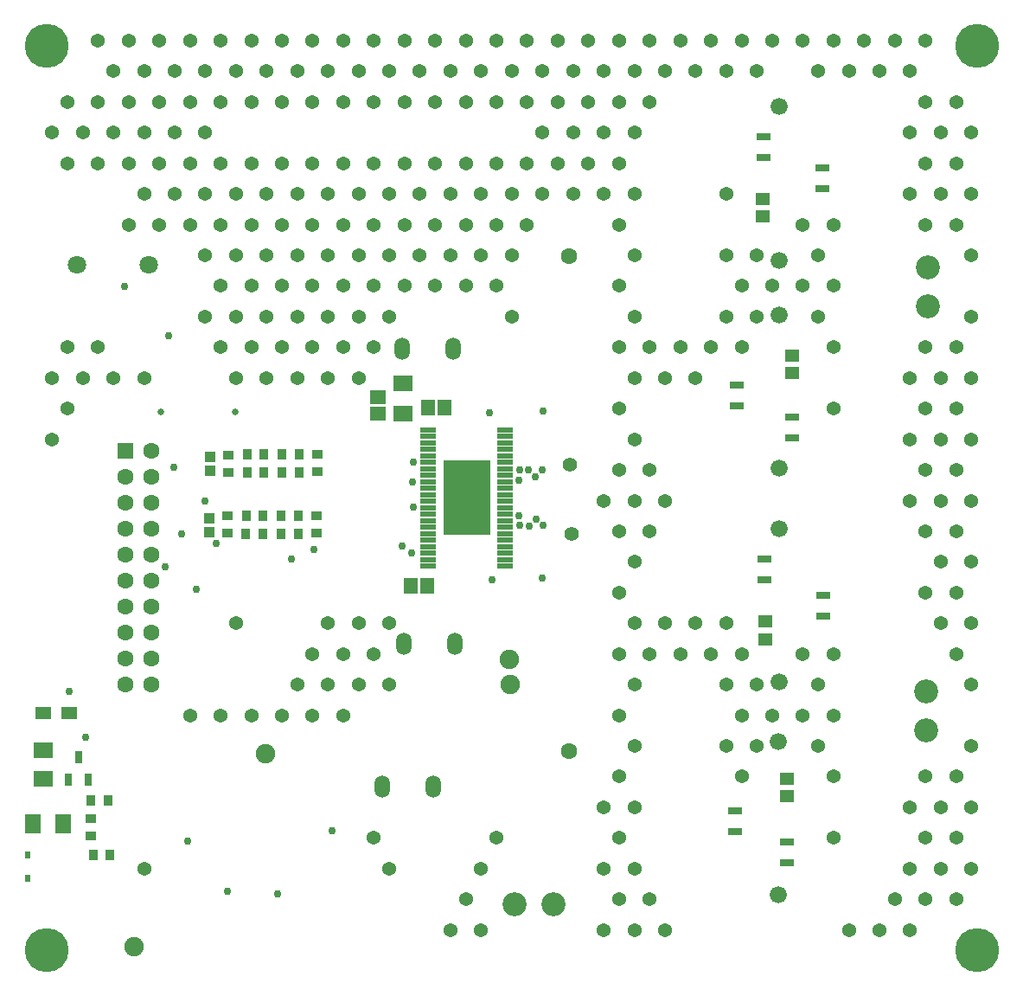
<source format=gbs>
G04*
G04 #@! TF.GenerationSoftware,Altium Limited,Altium Designer,20.0.13 (296)*
G04*
G04 Layer_Color=16711935*
%FSLAX25Y25*%
%MOIN*%
G70*
G01*
G75*
%ADD20R,0.03150X0.04921*%
%ADD21R,0.03394X0.04331*%
%ADD26R,0.04331X0.03394*%
%ADD33R,0.05906X0.05512*%
%ADD34R,0.04331X0.03937*%
%ADD35O,0.05906X0.08661*%
%ADD36C,0.09252*%
%ADD37R,0.06299X0.06299*%
%ADD38C,0.06299*%
%ADD39C,0.16929*%
%ADD40C,0.06594*%
%ADD41C,0.07087*%
%ADD42C,0.07480*%
%ADD43C,0.02953*%
%ADD44C,0.02598*%
%ADD45C,0.05394*%
%ADD46C,0.05512*%
%ADD89R,0.02362X0.03150*%
%ADD90R,0.05512X0.05906*%
%ADD91R,0.07594X0.06299*%
%ADD92R,0.05906X0.05118*%
%ADD93R,0.07480X0.05906*%
%ADD94R,0.06299X0.07594*%
%ADD95R,0.05709X0.04921*%
%ADD96R,0.05709X0.03150*%
%ADD97R,0.06201X0.02106*%
%ADD98R,0.17835X0.29134*%
D20*
X31569Y81344D02*
D03*
X24089D02*
D03*
X27829Y90202D02*
D03*
D21*
X106405Y206841D02*
D03*
X113005D02*
D03*
X106405Y199701D02*
D03*
X113005D02*
D03*
X106080Y183195D02*
D03*
X112680D02*
D03*
X112559Y176092D02*
D03*
X105959D02*
D03*
X99406Y206901D02*
D03*
X92806D02*
D03*
X99406Y199798D02*
D03*
X92806D02*
D03*
X99080Y183305D02*
D03*
X92480D02*
D03*
X98959Y176035D02*
D03*
X92359D02*
D03*
X39269Y73496D02*
D03*
X32669D02*
D03*
X40069Y52544D02*
D03*
X33469D02*
D03*
D26*
X120057Y200241D02*
D03*
Y206841D02*
D03*
X119731Y176405D02*
D03*
Y183005D02*
D03*
X85755Y206399D02*
D03*
Y199799D02*
D03*
X85308Y183115D02*
D03*
Y176515D02*
D03*
X32769Y66444D02*
D03*
Y59844D02*
D03*
D33*
X143410Y228879D02*
D03*
Y222580D02*
D03*
D34*
X78651Y205647D02*
D03*
Y200332D02*
D03*
X78205Y182103D02*
D03*
Y176788D02*
D03*
D35*
X152630Y247630D02*
D03*
X172315D02*
D03*
X172882Y133800D02*
D03*
X153198D02*
D03*
X164480Y78670D02*
D03*
X144795D02*
D03*
D36*
X210810Y33394D02*
D03*
X195810D02*
D03*
X355394Y278850D02*
D03*
Y263850D02*
D03*
X354634Y115390D02*
D03*
Y100390D02*
D03*
D37*
X46080Y207980D02*
D03*
D38*
X56080D02*
D03*
X46080Y197980D02*
D03*
X56080D02*
D03*
X46080Y187980D02*
D03*
X56080D02*
D03*
X46080Y177980D02*
D03*
X56080D02*
D03*
X46080Y167980D02*
D03*
X56080D02*
D03*
X46080Y157980D02*
D03*
X56080D02*
D03*
X46080Y147980D02*
D03*
X56080D02*
D03*
X46080Y137980D02*
D03*
X56080D02*
D03*
X46080Y127980D02*
D03*
X56080D02*
D03*
X46080Y117980D02*
D03*
X56080D02*
D03*
X217110Y283010D02*
D03*
X216970Y92360D02*
D03*
D39*
X374303Y364252D02*
D03*
X374302Y15748D02*
D03*
X15748D02*
D03*
Y364252D02*
D03*
D40*
X298054Y281635D02*
D03*
Y340690D02*
D03*
X297842Y119123D02*
D03*
Y178178D02*
D03*
X297535Y37055D02*
D03*
Y96110D02*
D03*
X298054Y201500D02*
D03*
Y260555D02*
D03*
D41*
X27321Y279970D02*
D03*
X54880D02*
D03*
D42*
X194060Y127860D02*
D03*
X194150Y118001D02*
D03*
X100100Y91500D02*
D03*
X49300Y17200D02*
D03*
D43*
X183040Y182840D02*
D03*
X177470Y183090D02*
D03*
X172120Y182840D02*
D03*
X180190Y186730D02*
D03*
X175000Y186820D02*
D03*
X182290Y189910D02*
D03*
X177500Y190000D02*
D03*
X172490Y190540D02*
D03*
X179780Y193930D02*
D03*
X175050D02*
D03*
X181660Y197360D02*
D03*
X177260Y197400D02*
D03*
X172660Y197320D02*
D03*
X70000Y57650D02*
D03*
X110040Y166520D02*
D03*
X45530Y271510D02*
D03*
X61380Y163490D02*
D03*
X67650Y176150D02*
D03*
X76780Y188810D02*
D03*
X156380Y168710D02*
D03*
X152760Y171430D02*
D03*
X62715Y252505D02*
D03*
X73230Y154720D02*
D03*
X64680Y201800D02*
D03*
X118600Y170200D02*
D03*
X80942Y172395D02*
D03*
X24420Y115420D02*
D03*
X156820Y186600D02*
D03*
X156700Y196180D02*
D03*
X156860Y203940D02*
D03*
X30590Y97800D02*
D03*
X104760Y37320D02*
D03*
X125620Y61760D02*
D03*
X85410Y38550D02*
D03*
X187251Y158618D02*
D03*
X206490Y159310D02*
D03*
X186278Y222838D02*
D03*
X207080Y223420D02*
D03*
X204220Y181750D02*
D03*
X206870Y179420D02*
D03*
X201620Y179310D02*
D03*
X197840Y179390D02*
D03*
X197720Y183070D02*
D03*
X197690Y196870D02*
D03*
X206710Y200740D02*
D03*
X203890Y198250D02*
D03*
X201390Y200850D02*
D03*
X197800Y200710D02*
D03*
D44*
X88190Y223250D02*
D03*
X59760Y223130D02*
D03*
D45*
X366142Y342520D02*
D03*
X372047Y330709D02*
D03*
X366142Y318898D02*
D03*
X372047Y307086D02*
D03*
X366142Y295275D02*
D03*
X372047Y283465D02*
D03*
Y259842D02*
D03*
X366142Y248031D02*
D03*
X372047Y236220D02*
D03*
X366142Y224409D02*
D03*
X372047Y212598D02*
D03*
X366142Y200787D02*
D03*
X372047Y188976D02*
D03*
X366142Y177165D02*
D03*
X372047Y165354D02*
D03*
X366142Y153543D02*
D03*
X372047Y141732D02*
D03*
X366142Y129921D02*
D03*
X372047Y118110D02*
D03*
Y94488D02*
D03*
X366142Y82677D02*
D03*
X372047Y70866D02*
D03*
X366142Y59055D02*
D03*
X372047Y47244D02*
D03*
X366142Y35433D02*
D03*
X354331Y366142D02*
D03*
Y342520D02*
D03*
X360236Y330709D02*
D03*
X354331Y318898D02*
D03*
X360236Y307086D02*
D03*
X354331Y295275D02*
D03*
Y248031D02*
D03*
X360236Y236220D02*
D03*
X354331Y224409D02*
D03*
X360236Y212598D02*
D03*
X354331Y200787D02*
D03*
X360236Y188976D02*
D03*
X354331Y177165D02*
D03*
X360236Y165354D02*
D03*
X354331Y153543D02*
D03*
X360236Y141732D02*
D03*
X354331Y82677D02*
D03*
X360236Y70866D02*
D03*
X354331Y59055D02*
D03*
X360236Y47244D02*
D03*
X354331Y35433D02*
D03*
X342520Y366142D02*
D03*
X348425Y354331D02*
D03*
Y330709D02*
D03*
Y307086D02*
D03*
Y236220D02*
D03*
Y212598D02*
D03*
Y188976D02*
D03*
Y70866D02*
D03*
Y47244D02*
D03*
X342520Y35433D02*
D03*
X348425Y23622D02*
D03*
X330709Y366142D02*
D03*
X336614Y354331D02*
D03*
Y23622D02*
D03*
X318898Y366142D02*
D03*
X324803Y354331D02*
D03*
X318898Y295275D02*
D03*
Y271654D02*
D03*
Y248031D02*
D03*
Y224409D02*
D03*
Y129921D02*
D03*
Y106299D02*
D03*
Y82677D02*
D03*
Y59055D02*
D03*
X324803Y23622D02*
D03*
X307086Y366142D02*
D03*
X312992Y354331D02*
D03*
X307086Y295275D02*
D03*
X312992Y283465D02*
D03*
X307086Y271654D02*
D03*
X312992Y259842D02*
D03*
X307086Y129921D02*
D03*
X312992Y118110D02*
D03*
X307086Y106299D02*
D03*
X312992Y94488D02*
D03*
X295275Y366142D02*
D03*
Y271654D02*
D03*
Y106299D02*
D03*
X283465Y366142D02*
D03*
X289370Y354331D02*
D03*
Y283465D02*
D03*
X283465Y271654D02*
D03*
X289370Y259842D02*
D03*
X283465Y248031D02*
D03*
Y129921D02*
D03*
X289370Y118110D02*
D03*
X283465Y106299D02*
D03*
X289370Y94488D02*
D03*
X283465Y82677D02*
D03*
X271654Y366142D02*
D03*
X277559Y354331D02*
D03*
Y307086D02*
D03*
Y283465D02*
D03*
Y259842D02*
D03*
X271654Y248031D02*
D03*
X277559Y141732D02*
D03*
X271654Y129921D02*
D03*
X277559Y118110D02*
D03*
Y94488D02*
D03*
X259842Y366142D02*
D03*
X265748Y354331D02*
D03*
X259842Y248031D02*
D03*
X265748Y236220D02*
D03*
Y141732D02*
D03*
X259842Y129921D02*
D03*
X248031Y366142D02*
D03*
X253937Y354331D02*
D03*
X248031Y342520D02*
D03*
Y248031D02*
D03*
X253937Y236220D02*
D03*
X248031Y200787D02*
D03*
X253937Y188976D02*
D03*
X248031Y177165D02*
D03*
X253937Y141732D02*
D03*
X248031Y129921D02*
D03*
Y35433D02*
D03*
X253937Y23622D02*
D03*
X236220Y366142D02*
D03*
X242126Y354331D02*
D03*
X236220Y342520D02*
D03*
X242126Y330709D02*
D03*
X236220Y318898D02*
D03*
X242126Y307086D02*
D03*
X236220Y295275D02*
D03*
X242126Y283465D02*
D03*
X236220Y271654D02*
D03*
X242126Y259842D02*
D03*
X236220Y248031D02*
D03*
X242126Y236220D02*
D03*
X236220Y224409D02*
D03*
X242126Y212598D02*
D03*
X236220Y200787D02*
D03*
X242126Y188976D02*
D03*
X236220Y177165D02*
D03*
X242126Y165354D02*
D03*
X236220Y153543D02*
D03*
X242126Y141732D02*
D03*
X236220Y129921D02*
D03*
X242126Y118110D02*
D03*
X236220Y106299D02*
D03*
X242126Y94488D02*
D03*
X236220Y82677D02*
D03*
X242126Y70866D02*
D03*
X236220Y59055D02*
D03*
X242126Y47244D02*
D03*
X236220Y35433D02*
D03*
X242126Y23622D02*
D03*
X224409Y366142D02*
D03*
X230315Y354331D02*
D03*
X224409Y342520D02*
D03*
X230315Y330709D02*
D03*
X224409Y318898D02*
D03*
X230315Y307086D02*
D03*
Y188976D02*
D03*
Y70866D02*
D03*
Y47244D02*
D03*
Y23622D02*
D03*
X212598Y366142D02*
D03*
X218504Y354331D02*
D03*
X212598Y342520D02*
D03*
X218504Y330709D02*
D03*
X212598Y318898D02*
D03*
X218504Y307086D02*
D03*
X200787Y366142D02*
D03*
X206693Y354331D02*
D03*
X200787Y342520D02*
D03*
X206693Y330709D02*
D03*
X200787Y318898D02*
D03*
X206693Y307086D02*
D03*
X200787Y295275D02*
D03*
X188976Y366142D02*
D03*
X194882Y354331D02*
D03*
X188976Y342520D02*
D03*
Y318898D02*
D03*
X194882Y307086D02*
D03*
X188976Y295275D02*
D03*
X194882Y283465D02*
D03*
X188976Y271654D02*
D03*
X194882Y259842D02*
D03*
X188976Y59055D02*
D03*
X177165Y366142D02*
D03*
X183071Y354331D02*
D03*
X177165Y342520D02*
D03*
Y318898D02*
D03*
X183071Y307086D02*
D03*
X177165Y295275D02*
D03*
X183071Y283465D02*
D03*
X177165Y271654D02*
D03*
X183071Y47244D02*
D03*
X177165Y35433D02*
D03*
X183071Y23622D02*
D03*
X165354Y366142D02*
D03*
X171260Y354331D02*
D03*
X165354Y342520D02*
D03*
Y318898D02*
D03*
X171260Y307086D02*
D03*
X165354Y295275D02*
D03*
X171260Y283465D02*
D03*
X165354Y271654D02*
D03*
X171260Y23622D02*
D03*
X153543Y366142D02*
D03*
X159449Y354331D02*
D03*
X153543Y342520D02*
D03*
Y318898D02*
D03*
X159449Y307086D02*
D03*
X153543Y295275D02*
D03*
X159449Y283465D02*
D03*
X153543Y271654D02*
D03*
X141732Y366142D02*
D03*
X147638Y354331D02*
D03*
X141732Y342520D02*
D03*
Y318898D02*
D03*
X147638Y307086D02*
D03*
X141732Y295275D02*
D03*
X147638Y283465D02*
D03*
X141732Y271654D02*
D03*
X147638Y259842D02*
D03*
X141732Y248031D02*
D03*
X147638Y141732D02*
D03*
X141732Y129921D02*
D03*
X147638Y118110D02*
D03*
X141732Y59055D02*
D03*
X147638Y47244D02*
D03*
X129921Y366142D02*
D03*
X135827Y354331D02*
D03*
X129921Y342520D02*
D03*
Y318898D02*
D03*
X135827Y307086D02*
D03*
X129921Y295275D02*
D03*
X135827Y283465D02*
D03*
X129921Y271654D02*
D03*
X135827Y259842D02*
D03*
X129921Y248031D02*
D03*
X135827Y236220D02*
D03*
Y141732D02*
D03*
X129921Y129921D02*
D03*
X135827Y118110D02*
D03*
X129921Y106299D02*
D03*
X118110Y366142D02*
D03*
X124016Y354331D02*
D03*
X118110Y342520D02*
D03*
Y318898D02*
D03*
X124016Y307086D02*
D03*
X118110Y295275D02*
D03*
X124016Y283465D02*
D03*
X118110Y271654D02*
D03*
X124016Y259842D02*
D03*
X118110Y248031D02*
D03*
X124016Y236220D02*
D03*
Y141732D02*
D03*
X118110Y129921D02*
D03*
X124016Y118110D02*
D03*
X118110Y106299D02*
D03*
X106299Y366142D02*
D03*
X112205Y354331D02*
D03*
X106299Y342520D02*
D03*
Y318898D02*
D03*
X112205Y307086D02*
D03*
X106299Y295275D02*
D03*
X112205Y283465D02*
D03*
X106299Y271654D02*
D03*
X112205Y259842D02*
D03*
X106299Y248031D02*
D03*
X112205Y236220D02*
D03*
Y118110D02*
D03*
X106299Y106299D02*
D03*
X94488Y366142D02*
D03*
X100394Y354331D02*
D03*
X94488Y342520D02*
D03*
Y318898D02*
D03*
X100394Y307086D02*
D03*
X94488Y295275D02*
D03*
X100394Y283465D02*
D03*
X94488Y271654D02*
D03*
X100394Y259842D02*
D03*
X94488Y248031D02*
D03*
X100394Y236220D02*
D03*
X94488Y106299D02*
D03*
X82677Y366142D02*
D03*
X88583Y354331D02*
D03*
X82677Y342520D02*
D03*
Y318898D02*
D03*
X88583Y307086D02*
D03*
X82677Y295275D02*
D03*
X88583Y283465D02*
D03*
X82677Y271654D02*
D03*
X88583Y259842D02*
D03*
X82677Y248031D02*
D03*
X88583Y236220D02*
D03*
Y141732D02*
D03*
X82677Y106299D02*
D03*
X70866Y366142D02*
D03*
X76772Y354331D02*
D03*
X70866Y342520D02*
D03*
X76772Y330709D02*
D03*
X70866Y318898D02*
D03*
X76772Y307086D02*
D03*
X70866Y295275D02*
D03*
X76772Y283465D02*
D03*
Y259842D02*
D03*
X70866Y106299D02*
D03*
X59055Y366142D02*
D03*
X64961Y354331D02*
D03*
X59055Y342520D02*
D03*
X64961Y330709D02*
D03*
X59055Y318898D02*
D03*
X64961Y307086D02*
D03*
X59055Y295275D02*
D03*
X47244Y366142D02*
D03*
X53150Y354331D02*
D03*
X47244Y342520D02*
D03*
X53150Y330709D02*
D03*
X47244Y318898D02*
D03*
X53150Y307086D02*
D03*
X47244Y295275D02*
D03*
X53150Y236220D02*
D03*
Y47244D02*
D03*
X35433Y366142D02*
D03*
X41339Y354331D02*
D03*
X35433Y342520D02*
D03*
X41339Y330709D02*
D03*
X35433Y318898D02*
D03*
Y248031D02*
D03*
X41339Y236220D02*
D03*
X23622Y342520D02*
D03*
X29528Y330709D02*
D03*
X23622Y318898D02*
D03*
Y248031D02*
D03*
X29528Y236220D02*
D03*
X23622Y224409D02*
D03*
X17717Y330709D02*
D03*
Y236220D02*
D03*
Y212598D02*
D03*
D46*
X217130Y202970D02*
D03*
X218030Y176040D02*
D03*
D89*
X8200Y43600D02*
D03*
Y52576D02*
D03*
D90*
X155860Y156070D02*
D03*
X162160D02*
D03*
X162580Y224850D02*
D03*
X168880D02*
D03*
D91*
X153010Y222405D02*
D03*
Y234215D02*
D03*
D92*
X14133Y107144D02*
D03*
X24369D02*
D03*
D93*
X14169Y92944D02*
D03*
Y81944D02*
D03*
D94*
X10189Y64600D02*
D03*
X22000D02*
D03*
D95*
X301035Y81945D02*
D03*
Y75055D02*
D03*
X292500Y142390D02*
D03*
Y135500D02*
D03*
X303054Y244890D02*
D03*
Y238000D02*
D03*
X291554Y305245D02*
D03*
Y298355D02*
D03*
D96*
X301035Y49500D02*
D03*
Y57500D02*
D03*
X281035Y61500D02*
D03*
Y69500D02*
D03*
X292341Y158500D02*
D03*
Y166500D02*
D03*
X314842Y144500D02*
D03*
Y152500D02*
D03*
X303054Y213000D02*
D03*
Y221000D02*
D03*
X292054Y321245D02*
D03*
Y329245D02*
D03*
X281554Y225555D02*
D03*
Y233555D02*
D03*
X314554Y309190D02*
D03*
Y317190D02*
D03*
D97*
X162587Y163748D02*
D03*
Y166252D02*
D03*
Y168748D02*
D03*
Y171252D02*
D03*
Y173748D02*
D03*
Y176252D02*
D03*
Y178748D02*
D03*
Y181252D02*
D03*
Y183748D02*
D03*
Y186252D02*
D03*
Y188748D02*
D03*
Y191252D02*
D03*
Y193748D02*
D03*
Y196252D02*
D03*
Y198748D02*
D03*
Y201252D02*
D03*
Y203748D02*
D03*
Y206252D02*
D03*
Y208748D02*
D03*
Y211252D02*
D03*
Y213748D02*
D03*
Y216252D02*
D03*
X192413D02*
D03*
Y213748D02*
D03*
Y211252D02*
D03*
Y208748D02*
D03*
Y206252D02*
D03*
Y203748D02*
D03*
Y201252D02*
D03*
Y198748D02*
D03*
Y196252D02*
D03*
Y193748D02*
D03*
Y191252D02*
D03*
Y188748D02*
D03*
Y186252D02*
D03*
Y183748D02*
D03*
Y181252D02*
D03*
Y178748D02*
D03*
Y176252D02*
D03*
Y173748D02*
D03*
Y171252D02*
D03*
Y168748D02*
D03*
Y166252D02*
D03*
Y163748D02*
D03*
D98*
X177500Y190000D02*
D03*
M02*

</source>
